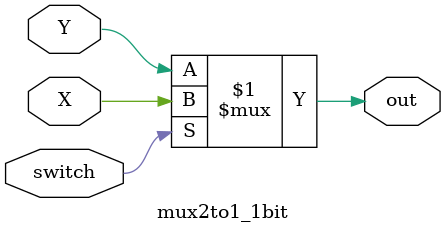
<source format=v>
`timescale 1ns / 1ps
`default_nettype none //helps catch typo-related bugs
module mux2to1_1bit(X,Y,out,switch);

	//parameter definitions	
	parameter Q = 1;

	//port definitions - customize for different bit widths
	input wire [Q-1:0] X, Y;
	input wire switch;
	output wire [Q-1:0] out;

	assign out = switch ? X : Y;

endmodule
`default_nettype wire //some Xilinx IP requires that the default_nettype be set to wire

</source>
